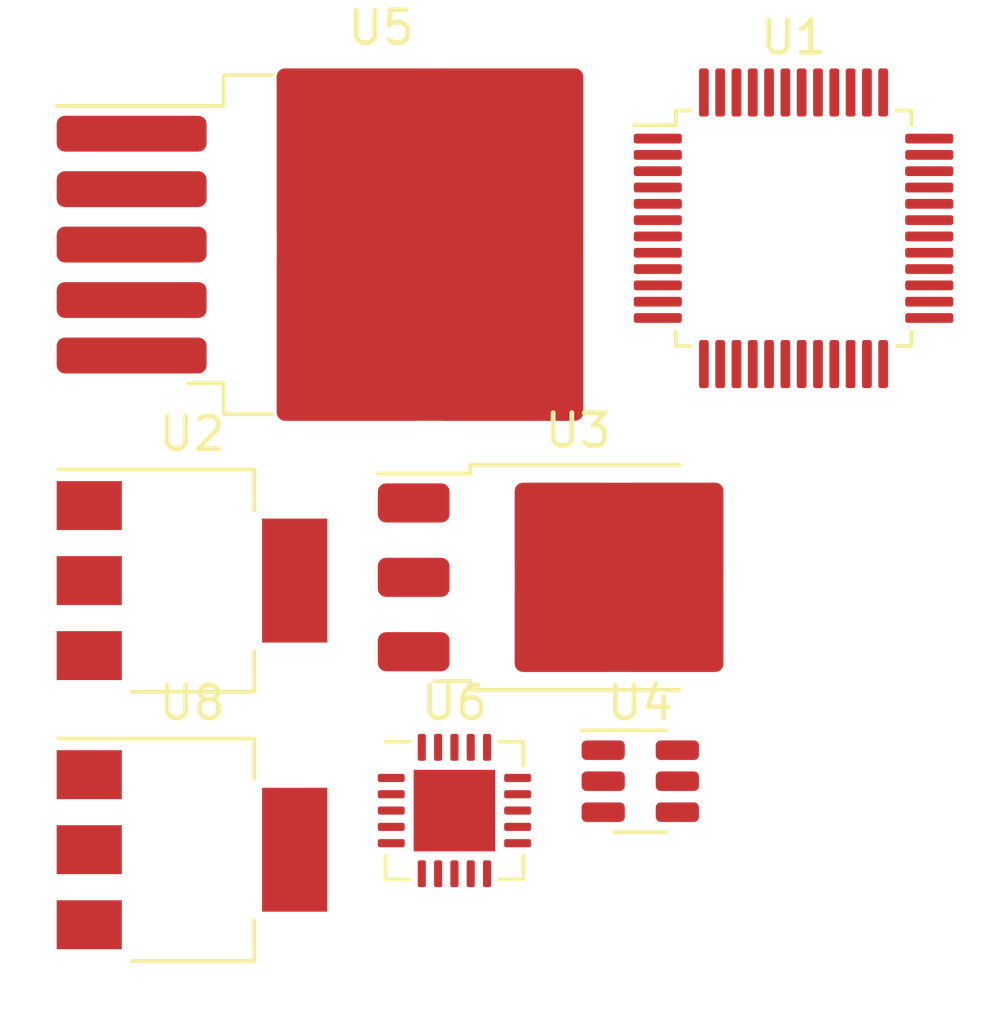
<source format=kicad_pcb>
(kicad_pcb (version 20221018) (generator pcbnew)
  (layers (0 "F.Cu" signal) (31 "B.Cu" signal) (34 "B.Paste" user) (35 "F.Paste" user) (36 "B.SilkS" user "B.Silkscreen") (37 "F.SilkS" user "F.Silkscreen") (38 "B.Mask" user) (39 "F.Mask" user) (44 "Edge.Cuts" user))
  (net 0 "")
  (net 1 "VBAT")
  (net 2 "PC13")
  (net 3 "PC14")
  (net 4 "PC15")
  (net 5 "Net-(U1-PD0)")
  (net 6 "Net-(U1-PD1)")
  (net 7 "NRST")
  (net 8 "GND")
  (net 9 "+3.3VADC")
  (net 10 "PA0")
  (net 11 "PA1")
  (net 12 "PA2")
  (net 13 "PA3")
  (net 14 "PA4")
  (net 15 "PA5")
  (net 16 "PA6")
  (net 17 "PA7")
  (net 18 "PB0")
  (net 19 "PB1")
  (net 20 "PB2")
  (net 21 "PB10")
  (net 22 "PB11")
  (net 23 "+3.3V")
  (net 24 "PB12")
  (net 25 "PB13")
  (net 26 "PB14")
  (net 27 "PB15")
  (net 28 "PA8")
  (net 29 "PA9")
  (net 30 "PA10")
  (net 31 "PA11")
  (net 32 "PA12")
  (net 33 "PA13")
  (net 34 "PA14")
  (net 35 "PA15")
  (net 36 "PB3")
  (net 37 "PB4")
  (net 38 "PB5")
  (net 39 "PB6")
  (net 40 "PB7")
  (net 41 "Net-(JP1-A)")
  (net 42 "PB8")
  (net 43 "PB9")
  (net 44 "+3.3VA")
  (net 45 "+9V")
  (net 46 "Net-(U3-GND)")
  (net 47 "+5V")
  (net 55 "Net-(D1-K)")
  (net 56 "Net-(U5-VC)")
  (net 57 "+VDC")
  (net 58 "XC2")
  (net 59 "XC1")
  (net 60 "VDD_PA")
  (net 61 "ANT1")
  (net 62 "ANT2")
  (net 63 "Net-(U6-IREF)")
  (net 64 "Net-(U6-DVDD)")
  (footprint "Package_TO_SOT_SMD:SOT-223-3_TabPin2" (layer "F.Cu") (at 68.8275 -35.13)
    (fp_text reference "U2" (at 0 -4.5) (layer "F.SilkS"))
    (fp_text value "LM1117MP-3.3")
    (fp_line (start -4.1 -3.41) (end 1.91 -3.41) (stroke (width 0.12)) (layer "F.SilkS"))
    (fp_line (start -1.85 3.41) (end 1.91 3.41) (stroke (width 0.12)) (layer "F.SilkS"))
    (fp_line (start 1.91 -3.41) (end 1.91 -2.15) (stroke (width 0.12)) (layer "F.SilkS"))
    (fp_line (start 1.91 3.41) (end 1.91 2.15) (stroke (width 0.12)) (layer "F.SilkS"))
    (pad "1" smd rect (at -3.15 -2.3) (size 2 1.5) (layers "F.Cu" "F.Paste" "F.Mask") (net 8 "GND"))
    (pad "2" smd rect (at -3.15 0) (size 2 1.5) (layers "F.Cu" "F.Paste" "F.Mask") (net 44 "+3.3VA"))
    (pad "2" smd rect (at 3.15 0) (size 2 3.8) (layers "F.Cu" "F.Paste" "F.Mask") (net 44 "+3.3VA"))
    (pad "3" smd rect (at -3.15 2.3) (size 2 1.5) (layers "F.Cu" "F.Paste" "F.Mask") (net 45 "+9V"))
  )
  (footprint "Package_TO_SOT_SMD:TO-252-3_TabPin2" (layer "F.Cu") (at 80.6675 -35.23)
    (fp_text reference "U3" (at 0 -4.5) (layer "F.SilkS"))
    (fp_text value "LM1117DT-5.0")
    (fp_line (start -3.31 -3.45) (end -3.31 -3.18) (stroke (width 0.12)) (layer "F.SilkS"))
    (fp_line (start -3.31 -3.18) (end -6.14 -3.18) (stroke (width 0.12)) (layer "F.SilkS"))
    (fp_line (start -3.31 3.18) (end -4.41 3.18) (stroke (width 0.12)) (layer "F.SilkS"))
    (fp_line (start -3.31 3.45) (end -3.31 3.18) (stroke (width 0.12)) (layer "F.SilkS"))
    (fp_line (start 3.11 -3.45) (end -3.31 -3.45) (stroke (width 0.12)) (layer "F.SilkS"))
    (fp_line (start 3.11 3.45) (end -3.31 3.45) (stroke (width 0.12)) (layer "F.SilkS"))
    (pad "1" smd roundrect (at -5.04 -2.28) (size 2.2 1.2) (layers "F.Cu" "F.Paste" "F.Mask") (roundrect_rratio 0.208333) (net 46 "Net-(U3-GND)"))
    (pad "2" smd roundrect (at -5.04 0) (size 2.2 1.2) (layers "F.Cu" "F.Paste" "F.Mask") (roundrect_rratio 0.208333) (net 47 "+5V"))
    (pad "2" smd roundrect (at -0.415 -1.525) (size 3.05 2.75) (layers "F.Cu" "F.Paste") (roundrect_rratio 0.090909) (net 47 "+5V"))
    (pad "2" smd roundrect (at -0.415 1.525) (size 3.05 2.75) (layers "F.Cu" "F.Paste") (roundrect_rratio 0.090909) (net 47 "+5V"))
    (pad "2" smd roundrect (at 1.26 0) (size 6.4 5.8) (layers "F.Cu" "F.Mask") (roundrect_rratio 0.043103) (net 47 "+5V"))
    (pad "2" smd roundrect (at 2.935 -1.525) (size 3.05 2.75) (layers "F.Cu" "F.Paste") (roundrect_rratio 0.090909) (net 47 "+5V"))
    (pad "2" smd roundrect (at 2.935 1.525) (size 3.05 2.75) (layers "F.Cu" "F.Paste") (roundrect_rratio 0.090909) (net 47 "+5V"))
    (pad "3" smd roundrect (at -5.04 2.28) (size 2.2 1.2) (layers "F.Cu" "F.Paste" "F.Mask") (roundrect_rratio 0.208333) (net 45 "+9V"))
  )
  (footprint "Package_QFP:LQFP-48_7x7mm_P0.5mm" (layer "F.Cu") (at 87.2775 -45.93)
    (fp_text reference "U1" (at 0 -5.85) (layer "F.SilkS"))
    (fp_text value "STM32F103C8Tx")
    (fp_line (start -3.61 -3.61) (end -3.61 -3.16) (stroke (width 0.12)) (layer "F.SilkS"))
    (fp_line (start -3.61 -3.16) (end -4.9 -3.16) (stroke (width 0.12)) (layer "F.SilkS"))
    (fp_line (start -3.61 3.61) (end -3.61 3.16) (stroke (width 0.12)) (layer "F.SilkS"))
    (fp_line (start -3.16 -3.61) (end -3.61 -3.61) (stroke (width 0.12)) (layer "F.SilkS"))
    (fp_line (start -3.16 3.61) (end -3.61 3.61) (stroke (width 0.12)) (layer "F.SilkS"))
    (fp_line (start 3.16 -3.61) (end 3.61 -3.61) (stroke (width 0.12)) (layer "F.SilkS"))
    (fp_line (start 3.16 3.61) (end 3.61 3.61) (stroke (width 0.12)) (layer "F.SilkS"))
    (fp_line (start 3.61 -3.61) (end 3.61 -3.16) (stroke (width 0.12)) (layer "F.SilkS"))
    (fp_line (start 3.61 3.61) (end 3.61 3.16) (stroke (width 0.12)) (layer "F.SilkS"))
    (pad "1" smd roundrect (at -4.1625 -2.75) (size 1.475 0.3) (layers "F.Cu" "F.Paste" "F.Mask") (net 1 "VBAT"))
    (pad "2" smd roundrect (at -4.1625 -2.25) (size 1.475 0.3) (layers "F.Cu" "F.Paste" "F.Mask") (net 2 "PC13"))
    (pad "3" smd roundrect (at -4.1625 -1.75) (size 1.475 0.3) (layers "F.Cu" "F.Paste" "F.Mask") (net 3 "PC14"))
    (pad "4" smd roundrect (at -4.1625 -1.25) (size 1.475 0.3) (layers "F.Cu" "F.Paste" "F.Mask") (net 4 "PC15"))
    (pad "5" smd roundrect (at -4.1625 -0.75) (size 1.475 0.3) (layers "F.Cu" "F.Paste" "F.Mask") (net 5 "Net-(U1-PD0)"))
    (pad "6" smd roundrect (at -4.1625 -0.25) (size 1.475 0.3) (layers "F.Cu" "F.Paste" "F.Mask") (net 6 "Net-(U1-PD1)"))
    (pad "7" smd roundrect (at -4.1625 0.25) (size 1.475 0.3) (layers "F.Cu" "F.Paste" "F.Mask") (net 7 "NRST"))
    (pad "8" smd roundrect (at -4.1625 0.75) (size 1.475 0.3) (layers "F.Cu" "F.Paste" "F.Mask") (net 8 "GND"))
    (pad "9" smd roundrect (at -4.1625 1.25) (size 1.475 0.3) (layers "F.Cu" "F.Paste" "F.Mask") (net 9 "+3.3VADC"))
    (pad "10" smd roundrect (at -4.1625 1.75) (size 1.475 0.3) (layers "F.Cu" "F.Paste" "F.Mask") (net 10 "PA0"))
    (pad "11" smd roundrect (at -4.1625 2.25) (size 1.475 0.3) (layers "F.Cu" "F.Paste" "F.Mask") (net 11 "PA1"))
    (pad "12" smd roundrect (at -4.1625 2.75) (size 1.475 0.3) (layers "F.Cu" "F.Paste" "F.Mask") (net 12 "PA2"))
    (pad "13" smd roundrect (at -2.75 4.1625) (size 0.3 1.475) (layers "F.Cu" "F.Paste" "F.Mask") (net 13 "PA3"))
    (pad "14" smd roundrect (at -2.25 4.1625) (size 0.3 1.475) (layers "F.Cu" "F.Paste" "F.Mask") (net 14 "PA4"))
    (pad "15" smd roundrect (at -1.75 4.1625) (size 0.3 1.475) (layers "F.Cu" "F.Paste" "F.Mask") (net 15 "PA5"))
    (pad "16" smd roundrect (at -1.25 4.1625) (size 0.3 1.475) (layers "F.Cu" "F.Paste" "F.Mask") (net 16 "PA6"))
    (pad "17" smd roundrect (at -0.75 4.1625) (size 0.3 1.475) (layers "F.Cu" "F.Paste" "F.Mask") (net 17 "PA7"))
    (pad "18" smd roundrect (at -0.25 4.1625) (size 0.3 1.475) (layers "F.Cu" "F.Paste" "F.Mask") (net 18 "PB0"))
    (pad "19" smd roundrect (at 0.25 4.1625) (size 0.3 1.475) (layers "F.Cu" "F.Paste" "F.Mask") (net 19 "PB1"))
    (pad "20" smd roundrect (at 0.75 4.1625) (size 0.3 1.475) (layers "F.Cu" "F.Paste" "F.Mask") (net 20 "PB2"))
    (pad "21" smd roundrect (at 1.25 4.1625) (size 0.3 1.475) (layers "F.Cu" "F.Paste" "F.Mask") (net 21 "PB10"))
    (pad "22" smd roundrect (at 1.75 4.1625) (size 0.3 1.475) (layers "F.Cu" "F.Paste" "F.Mask") (net 22 "PB11"))
    (pad "23" smd roundrect (at 2.25 4.1625) (size 0.3 1.475) (layers "F.Cu" "F.Paste" "F.Mask") (net 8 "GND"))
    (pad "24" smd roundrect (at 2.75 4.1625) (size 0.3 1.475) (layers "F.Cu" "F.Paste" "F.Mask") (net 23 "+3.3V"))
    (pad "25" smd roundrect (at 4.1625 2.75) (size 1.475 0.3) (layers "F.Cu" "F.Paste" "F.Mask") (net 24 "PB12"))
    (pad "26" smd roundrect (at 4.1625 2.25) (size 1.475 0.3) (layers "F.Cu" "F.Paste" "F.Mask") (net 25 "PB13"))
    (pad "27" smd roundrect (at 4.1625 1.75) (size 1.475 0.3) (layers "F.Cu" "F.Paste" "F.Mask") (net 26 "PB14"))
    (pad "28" smd roundrect (at 4.1625 1.25) (size 1.475 0.3) (layers "F.Cu" "F.Paste" "F.Mask") (net 27 "PB15"))
    (pad "29" smd roundrect (at 4.1625 0.75) (size 1.475 0.3) (layers "F.Cu" "F.Paste" "F.Mask") (net 28 "PA8"))
    (pad "30" smd roundrect (at 4.1625 0.25) (size 1.475 0.3) (layers "F.Cu" "F.Paste" "F.Mask") (net 29 "PA9"))
    (pad "31" smd roundrect (at 4.1625 -0.25) (size 1.475 0.3) (layers "F.Cu" "F.Paste" "F.Mask") (net 30 "PA10"))
    (pad "32" smd roundrect (at 4.1625 -0.75) (size 1.475 0.3) (layers "F.Cu" "F.Paste" "F.Mask") (net 31 "PA11"))
    (pad "33" smd roundrect (at 4.1625 -1.25) (size 1.475 0.3) (layers "F.Cu" "F.Paste" "F.Mask") (net 32 "PA12"))
    (pad "34" smd roundrect (at 4.1625 -1.75) (size 1.475 0.3) (layers "F.Cu" "F.Paste" "F.Mask") (net 33 "PA13"))
    (pad "35" smd roundrect (at 4.1625 -2.25) (size 1.475 0.3) (layers "F.Cu" "F.Paste" "F.Mask") (net 8 "GND"))
    (pad "36" smd roundrect (at 4.1625 -2.75) (size 1.475 0.3) (layers "F.Cu" "F.Paste" "F.Mask") (net 23 "+3.3V"))
    (pad "37" smd roundrect (at 2.75 -4.1625) (size 0.3 1.475) (layers "F.Cu" "F.Paste" "F.Mask") (net 34 "PA14"))
    (pad "38" smd roundrect (at 2.25 -4.1625) (size 0.3 1.475) (layers "F.Cu" "F.Paste" "F.Mask") (net 35 "PA15"))
    (pad "39" smd roundrect (at 1.75 -4.1625) (size 0.3 1.475) (layers "F.Cu" "F.Paste" "F.Mask") (net 36 "PB3"))
    (pad "40" smd roundrect (at 1.25 -4.1625) (size 0.3 1.475) (layers "F.Cu" "F.Paste" "F.Mask") (net 37 "PB4"))
    (pad "41" smd roundrect (at 0.75 -4.1625) (size 0.3 1.475) (layers "F.Cu" "F.Paste" "F.Mask") (net 38 "PB5"))
    (pad "42" smd roundrect (at 0.25 -4.1625) (size 0.3 1.475) (layers "F.Cu" "F.Paste" "F.Mask") (net 39 "PB6"))
    (pad "43" smd roundrect (at -0.25 -4.1625) (size 0.3 1.475) (layers "F.Cu" "F.Paste" "F.Mask") (net 40 "PB7"))
    (pad "44" smd roundrect (at -0.75 -4.1625) (size 0.3 1.475) (layers "F.Cu" "F.Paste" "F.Mask") (net 41 "Net-(JP1-A)"))
    (pad "45" smd roundrect (at -1.25 -4.1625) (size 0.3 1.475) (layers "F.Cu" "F.Paste" "F.Mask") (net 42 "PB8"))
    (pad "46" smd roundrect (at -1.75 -4.1625) (size 0.3 1.475) (layers "F.Cu" "F.Paste" "F.Mask") (net 43 "PB9"))
    (pad "47" smd roundrect (at -2.25 -4.1625) (size 0.3 1.475) (layers "F.Cu" "F.Paste" "F.Mask") (net 8 "GND"))
    (pad "48" smd roundrect (at -2.75 -4.1625) (size 0.3 1.475) (layers "F.Cu" "F.Paste" "F.Mask") (net 23 "+3.3V"))
  )
  (footprint "Package_TO_SOT_SMD:TO-263-5_TabPin3" (layer "F.Cu") (at 74.6275 -45.43)
    (fp_text reference "U5" (at 0 -6.65) (layer "F.SilkS"))
    (fp_text value "XL4015")
    (fp_line (start -4.825 -5.2) (end -4.825 -4.25) (stroke (width 0.12)) (layer "F.SilkS"))
    (fp_line (start -4.825 -4.25) (end -9.95 -4.25) (stroke (width 0.12)) (layer "F.SilkS"))
    (fp_line (start -4.825 4.25) (end -5.925 4.25) (stroke (width 0.12)) (layer "F.SilkS"))
    (fp_line (start -4.825 5.2) (end -4.825 4.25) (stroke (width 0.12)) (layer "F.SilkS"))
    (fp_line (start -3.325 -5.2) (end -4.825 -5.2) (stroke (width 0.12)) (layer "F.SilkS"))
    (fp_line (start -3.325 5.2) (end -4.825 5.2) (stroke (width 0.12)) (layer "F.SilkS"))
    (pad "1" smd roundrect (at -7.65 -3.4) (size 4.6 1.1) (layers "F.Cu" "F.Paste" "F.Mask") (roundrect_rratio 0.227273) (net 8 "GND"))
    (pad "2" smd roundrect (at -7.65 -1.7) (size 4.6 1.1) (layers "F.Cu" "F.Paste" "F.Mask") (roundrect_rratio 0.227273))
    (pad "3" smd roundrect (at -7.65 0) (size 4.6 1.1) (layers "F.Cu" "F.Paste" "F.Mask") (roundrect_rratio 0.227273) (net 55 "Net-(D1-K)"))
    (pad "3" smd roundrect (at -0.925 -2.775) (size 4.55 5.25) (layers "F.Cu" "F.Paste") (roundrect_rratio 0.054945) (net 55 "Net-(D1-K)"))
    (pad "3" smd roundrect (at -0.925 2.775) (size 4.55 5.25) (layers "F.Cu" "F.Paste") (roundrect_rratio 0.054945) (net 55 "Net-(D1-K)"))
    (pad "3" smd roundrect (at 1.5 0) (size 9.4 10.8) (layers "F.Cu" "F.Mask") (roundrect_rratio 0.026596) (net 55 "Net-(D1-K)"))
    (pad "3" smd roundrect (at 3.925 -2.775) (size 4.55 5.25) (layers "F.Cu" "F.Paste") (roundrect_rratio 0.054945) (net 55 "Net-(D1-K)"))
    (pad "3" smd roundrect (at 3.925 2.775) (size 4.55 5.25) (layers "F.Cu" "F.Paste") (roundrect_rratio 0.054945) (net 55 "Net-(D1-K)"))
    (pad "4" smd roundrect (at -7.65 1.7) (size 4.6 1.1) (layers "F.Cu" "F.Paste" "F.Mask") (roundrect_rratio 0.227273) (net 56 "Net-(U5-VC)"))
    (pad "5" smd roundrect (at -7.65 3.4) (size 4.6 1.1) (layers "F.Cu" "F.Paste" "F.Mask") (roundrect_rratio 0.227273) (net 57 "+VDC"))
  )
  (footprint "Package_TO_SOT_SMD:SOT-223-3_TabPin2" (layer "F.Cu") (at 68.8275 -26.88)
    (fp_text reference "U8" (at 0 -4.5) (layer "F.SilkS"))
    (fp_text value "LM1117MP-3.3")
    (fp_line (start -4.1 -3.41) (end 1.91 -3.41) (stroke (width 0.12)) (layer "F.SilkS"))
    (fp_line (start -1.85 3.41) (end 1.91 3.41) (stroke (width 0.12)) (layer "F.SilkS"))
    (fp_line (start 1.91 -3.41) (end 1.91 -2.15) (stroke (width 0.12)) (layer "F.SilkS"))
    (fp_line (start 1.91 3.41) (end 1.91 2.15) (stroke (width 0.12)) (layer "F.SilkS"))
    (pad "1" smd rect (at -3.15 -2.3) (size 2 1.5) (layers "F.Cu" "F.Paste" "F.Mask") (net 8 "GND"))
    (pad "2" smd rect (at -3.15 0) (size 2 1.5) (layers "F.Cu" "F.Paste" "F.Mask") (net 23 "+3.3V"))
    (pad "2" smd rect (at 3.15 0) (size 2 3.8) (layers "F.Cu" "F.Paste" "F.Mask") (net 23 "+3.3V"))
    (pad "3" smd rect (at -3.15 2.3) (size 2 1.5) (layers "F.Cu" "F.Paste" "F.Mask") (net 45 "+9V"))
  )
  (footprint "Package_TO_SOT_SMD:SOT-23-6" (layer "F.Cu") (at 82.5775 -28.98)
    (fp_text reference "U4" (at 0 -2.4) (layer "F.SilkS"))
    (fp_text value "USBLC6-2SC6")
    (fp_line (start 0 -1.56) (end -1.8 -1.56) (stroke (width 0.12)) (layer "F.SilkS"))
    (fp_line (start 0 -1.56) (end 0.8 -1.56) (stroke (width 0.12)) (layer "F.SilkS"))
    (fp_line (start 0 1.56) (end -0.8 1.56) (stroke (width 0.12)) (layer "F.SilkS"))
    (fp_line (start 0 1.56) (end 0.8 1.56) (stroke (width 0.12)) (layer "F.SilkS"))
    (pad "1" smd roundrect (at -1.1375 -0.95) (size 1.325 0.6) (layers "F.Cu" "F.Paste" "F.Mask"))
    (pad "2" smd roundrect (at -1.1375 0) (size 1.325 0.6) (layers "F.Cu" "F.Paste" "F.Mask"))
    (pad "3" smd roundrect (at -1.1375 0.95) (size 1.325 0.6) (layers "F.Cu" "F.Paste" "F.Mask"))
    (pad "4" smd roundrect (at 1.1375 0.95) (size 1.325 0.6) (layers "F.Cu" "F.Paste" "F.Mask"))
    (pad "5" smd roundrect (at 1.1375 0) (size 1.325 0.6) (layers "F.Cu" "F.Paste" "F.Mask"))
    (pad "6" smd roundrect (at 1.1375 -0.95) (size 1.325 0.6) (layers "F.Cu" "F.Paste" "F.Mask"))
  )
  (footprint "Package_DFN_QFN:QFN-20-1EP_4x4mm_P0.5mm_EP2.5x2.5mm" (layer "F.Cu") (at 76.8775 -28.08)
    (fp_text reference "U6" (at 0 -3.3) (layer "F.SilkS"))
    (fp_text value "nRF24L01P")
    (fp_line (start -2.11 2.11) (end -2.11 1.385) (stroke (width 0.12)) (layer "F.SilkS"))
    (fp_line (start -1.385 -2.11) (end -2.11 -2.11) (stroke (width 0.12)) (layer "F.SilkS"))
    (fp_line (start -1.385 2.11) (end -2.11 2.11) (stroke (width 0.12)) (layer "F.SilkS"))
    (fp_line (start 1.385 -2.11) (end 2.11 -2.11) (stroke (width 0.12)) (layer "F.SilkS"))
    (fp_line (start 1.385 2.11) (end 2.11 2.11) (stroke (width 0.12)) (layer "F.SilkS"))
    (fp_line (start 2.11 -2.11) (end 2.11 -1.385) (stroke (width 0.12)) (layer "F.SilkS"))
    (fp_line (start 2.11 2.11) (end 2.11 1.385) (stroke (width 0.12)) (layer "F.SilkS"))
    (pad "1" smd roundrect (at -1.9375 -1) (size 0.825 0.25) (layers "F.Cu" "F.Paste" "F.Mask") (net 13 "PA3"))
    (pad "2" smd roundrect (at -1.9375 -0.5) (size 0.825 0.25) (layers "F.Cu" "F.Paste" "F.Mask") (net 14 "PA4"))
    (pad "3" smd roundrect (at -1.9375 0) (size 0.825 0.25) (layers "F.Cu" "F.Paste" "F.Mask") (net 15 "PA5"))
    (pad "4" smd roundrect (at -1.9375 0.5) (size 0.825 0.25) (layers "F.Cu" "F.Paste" "F.Mask") (net 17 "PA7"))
    (pad "5" smd roundrect (at -1.9375 1) (size 0.825 0.25) (layers "F.Cu" "F.Paste" "F.Mask") (net 16 "PA6"))
    (pad "6" smd roundrect (at -1 1.9375) (size 0.25 0.825) (layers "F.Cu" "F.Paste" "F.Mask") (net 12 "PA2"))
    (pad "7" smd roundrect (at -0.5 1.9375) (size 0.25 0.825) (layers "F.Cu" "F.Paste" "F.Mask") (net 44 "+3.3VA"))
    (pad "8" smd roundrect (at 0 1.9375) (size 0.25 0.825) (layers "F.Cu" "F.Paste" "F.Mask") (net 8 "GND"))
    (pad "9" smd roundrect (at 0.5 1.9375) (size 0.25 0.825) (layers "F.Cu" "F.Paste" "F.Mask") (net 58 "XC2"))
    (pad "10" smd roundrect (at 1 1.9375) (size 0.25 0.825) (layers "F.Cu" "F.Paste" "F.Mask") (net 59 "XC1"))
    (pad "11" smd roundrect (at 1.9375 1) (size 0.825 0.25) (layers "F.Cu" "F.Paste" "F.Mask") (net 60 "VDD_PA"))
    (pad "12" smd roundrect (at 1.9375 0.5) (size 0.825 0.25) (layers "F.Cu" "F.Paste" "F.Mask") (net 61 "ANT1"))
    (pad "13" smd roundrect (at 1.9375 0) (size 0.825 0.25) (layers "F.Cu" "F.Paste" "F.Mask") (net 62 "ANT2"))
    (pad "14" smd roundrect (at 1.9375 -0.5) (size 0.825 0.25) (layers "F.Cu" "F.Paste" "F.Mask") (net 8 "GND"))
    (pad "15" smd roundrect (at 1.9375 -1) (size 0.825 0.25) (layers "F.Cu" "F.Paste" "F.Mask") (net 44 "+3.3VA"))
    (pad "16" smd roundrect (at 1 -1.9375) (size 0.25 0.825) (layers "F.Cu" "F.Paste" "F.Mask") (net 63 "Net-(U6-IREF)"))
    (pad "17" smd roundrect (at 0.5 -1.9375) (size 0.25 0.825) (layers "F.Cu" "F.Paste" "F.Mask") (net 8 "GND"))
    (pad "18" smd roundrect (at 0 -1.9375) (size 0.25 0.825) (layers "F.Cu" "F.Paste" "F.Mask") (net 44 "+3.3VA"))
    (pad "19" smd roundrect (at -0.5 -1.9375) (size 0.25 0.825) (layers "F.Cu" "F.Paste" "F.Mask") (net 64 "Net-(U6-DVDD)"))
    (pad "20" smd roundrect (at -1 -1.9375) (size 0.25 0.825) (layers "F.Cu" "F.Paste" "F.Mask") (net 8 "GND"))
    (pad "21" smd rect (at 0 0) (size 2.5 2.5) (layers "F.Cu" "F.Mask"))
  )
)
</source>
